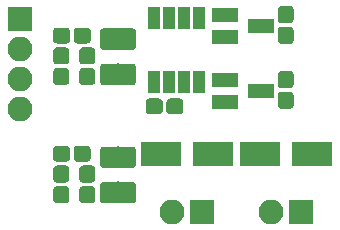
<source format=gbr>
G04 #@! TF.GenerationSoftware,KiCad,Pcbnew,(5.0.1-dev-70-gb7b125d83)*
G04 #@! TF.CreationDate,2018-10-12T16:43:48+02:00*
G04 #@! TF.ProjectId,pwm-fan-control,70776D2D66616E2D636F6E74726F6C2E,rev?*
G04 #@! TF.SameCoordinates,Original*
G04 #@! TF.FileFunction,Soldermask,Top*
G04 #@! TF.FilePolarity,Negative*
%FSLAX46Y46*%
G04 Gerber Fmt 4.6, Leading zero omitted, Abs format (unit mm)*
G04 Created by KiCad (PCBNEW (5.0.1-dev-70-gb7b125d83)) date 10/12/18 16:43:48*
%MOMM*%
%LPD*%
G01*
G04 APERTURE LIST*
%ADD10C,0.100000*%
%ADD11C,1.825000*%
%ADD12C,1.350000*%
%ADD13R,2.300000X1.200000*%
%ADD14O,2.100000X2.100000*%
%ADD15R,2.100000X2.100000*%
%ADD16R,3.400000X2.000000*%
%ADD17R,1.000000X1.950000*%
G04 APERTURE END LIST*
D10*
G04 #@! TO.C,L2*
G36*
X142136207Y-53301542D02*
X142167287Y-53306152D01*
X142197766Y-53313787D01*
X142227350Y-53324372D01*
X142255754Y-53337806D01*
X142282704Y-53353959D01*
X142307942Y-53372677D01*
X142331223Y-53393777D01*
X142352323Y-53417058D01*
X142371041Y-53442296D01*
X142387194Y-53469246D01*
X142400628Y-53497650D01*
X142411213Y-53527234D01*
X142418848Y-53557713D01*
X142423458Y-53588793D01*
X142425000Y-53620176D01*
X142425000Y-54804824D01*
X142423458Y-54836207D01*
X142418848Y-54867287D01*
X142411213Y-54897766D01*
X142400628Y-54927350D01*
X142387194Y-54955754D01*
X142371041Y-54982704D01*
X142352323Y-55007942D01*
X142331223Y-55031223D01*
X142307942Y-55052323D01*
X142282704Y-55071041D01*
X142255754Y-55087194D01*
X142227350Y-55100628D01*
X142197766Y-55111213D01*
X142167287Y-55118848D01*
X142136207Y-55123458D01*
X142104824Y-55125000D01*
X139695176Y-55125000D01*
X139663793Y-55123458D01*
X139632713Y-55118848D01*
X139602234Y-55111213D01*
X139572650Y-55100628D01*
X139544246Y-55087194D01*
X139517296Y-55071041D01*
X139492058Y-55052323D01*
X139468777Y-55031223D01*
X139447677Y-55007942D01*
X139428959Y-54982704D01*
X139412806Y-54955754D01*
X139399372Y-54927350D01*
X139388787Y-54897766D01*
X139381152Y-54867287D01*
X139376542Y-54836207D01*
X139375000Y-54804824D01*
X139375000Y-53620176D01*
X139376542Y-53588793D01*
X139381152Y-53557713D01*
X139388787Y-53527234D01*
X139399372Y-53497650D01*
X139412806Y-53469246D01*
X139428959Y-53442296D01*
X139447677Y-53417058D01*
X139468777Y-53393777D01*
X139492058Y-53372677D01*
X139517296Y-53353959D01*
X139544246Y-53337806D01*
X139572650Y-53324372D01*
X139602234Y-53313787D01*
X139632713Y-53306152D01*
X139663793Y-53301542D01*
X139695176Y-53300000D01*
X142104824Y-53300000D01*
X142136207Y-53301542D01*
X142136207Y-53301542D01*
G37*
D11*
X140900000Y-54212500D03*
D10*
G36*
X142136207Y-56276542D02*
X142167287Y-56281152D01*
X142197766Y-56288787D01*
X142227350Y-56299372D01*
X142255754Y-56312806D01*
X142282704Y-56328959D01*
X142307942Y-56347677D01*
X142331223Y-56368777D01*
X142352323Y-56392058D01*
X142371041Y-56417296D01*
X142387194Y-56444246D01*
X142400628Y-56472650D01*
X142411213Y-56502234D01*
X142418848Y-56532713D01*
X142423458Y-56563793D01*
X142425000Y-56595176D01*
X142425000Y-57779824D01*
X142423458Y-57811207D01*
X142418848Y-57842287D01*
X142411213Y-57872766D01*
X142400628Y-57902350D01*
X142387194Y-57930754D01*
X142371041Y-57957704D01*
X142352323Y-57982942D01*
X142331223Y-58006223D01*
X142307942Y-58027323D01*
X142282704Y-58046041D01*
X142255754Y-58062194D01*
X142227350Y-58075628D01*
X142197766Y-58086213D01*
X142167287Y-58093848D01*
X142136207Y-58098458D01*
X142104824Y-58100000D01*
X139695176Y-58100000D01*
X139663793Y-58098458D01*
X139632713Y-58093848D01*
X139602234Y-58086213D01*
X139572650Y-58075628D01*
X139544246Y-58062194D01*
X139517296Y-58046041D01*
X139492058Y-58027323D01*
X139468777Y-58006223D01*
X139447677Y-57982942D01*
X139428959Y-57957704D01*
X139412806Y-57930754D01*
X139399372Y-57902350D01*
X139388787Y-57872766D01*
X139381152Y-57842287D01*
X139376542Y-57811207D01*
X139375000Y-57779824D01*
X139375000Y-56595176D01*
X139376542Y-56563793D01*
X139381152Y-56532713D01*
X139388787Y-56502234D01*
X139399372Y-56472650D01*
X139412806Y-56444246D01*
X139428959Y-56417296D01*
X139447677Y-56392058D01*
X139468777Y-56368777D01*
X139492058Y-56347677D01*
X139517296Y-56328959D01*
X139544246Y-56312806D01*
X139572650Y-56299372D01*
X139602234Y-56288787D01*
X139632713Y-56281152D01*
X139663793Y-56276542D01*
X139695176Y-56275000D01*
X142104824Y-56275000D01*
X142136207Y-56276542D01*
X142136207Y-56276542D01*
G37*
D11*
X140900000Y-57187500D03*
G04 #@! TD*
D10*
G04 #@! TO.C,R6*
G36*
X155470581Y-46901625D02*
X155503343Y-46906485D01*
X155535471Y-46914533D01*
X155566656Y-46925691D01*
X155596596Y-46939852D01*
X155625005Y-46956879D01*
X155651608Y-46976609D01*
X155676149Y-46998851D01*
X155698391Y-47023392D01*
X155718121Y-47049995D01*
X155735148Y-47078404D01*
X155749309Y-47108344D01*
X155760467Y-47139529D01*
X155768515Y-47171657D01*
X155773375Y-47204419D01*
X155775000Y-47237500D01*
X155775000Y-48012500D01*
X155773375Y-48045581D01*
X155768515Y-48078343D01*
X155760467Y-48110471D01*
X155749309Y-48141656D01*
X155735148Y-48171596D01*
X155718121Y-48200005D01*
X155698391Y-48226608D01*
X155676149Y-48251149D01*
X155651608Y-48273391D01*
X155625005Y-48293121D01*
X155596596Y-48310148D01*
X155566656Y-48324309D01*
X155535471Y-48335467D01*
X155503343Y-48343515D01*
X155470581Y-48348375D01*
X155437500Y-48350000D01*
X154762500Y-48350000D01*
X154729419Y-48348375D01*
X154696657Y-48343515D01*
X154664529Y-48335467D01*
X154633344Y-48324309D01*
X154603404Y-48310148D01*
X154574995Y-48293121D01*
X154548392Y-48273391D01*
X154523851Y-48251149D01*
X154501609Y-48226608D01*
X154481879Y-48200005D01*
X154464852Y-48171596D01*
X154450691Y-48141656D01*
X154439533Y-48110471D01*
X154431485Y-48078343D01*
X154426625Y-48045581D01*
X154425000Y-48012500D01*
X154425000Y-47237500D01*
X154426625Y-47204419D01*
X154431485Y-47171657D01*
X154439533Y-47139529D01*
X154450691Y-47108344D01*
X154464852Y-47078404D01*
X154481879Y-47049995D01*
X154501609Y-47023392D01*
X154523851Y-46998851D01*
X154548392Y-46976609D01*
X154574995Y-46956879D01*
X154603404Y-46939852D01*
X154633344Y-46925691D01*
X154664529Y-46914533D01*
X154696657Y-46906485D01*
X154729419Y-46901625D01*
X154762500Y-46900000D01*
X155437500Y-46900000D01*
X155470581Y-46901625D01*
X155470581Y-46901625D01*
G37*
D12*
X155100000Y-47625000D03*
D10*
G36*
X155470581Y-48651625D02*
X155503343Y-48656485D01*
X155535471Y-48664533D01*
X155566656Y-48675691D01*
X155596596Y-48689852D01*
X155625005Y-48706879D01*
X155651608Y-48726609D01*
X155676149Y-48748851D01*
X155698391Y-48773392D01*
X155718121Y-48799995D01*
X155735148Y-48828404D01*
X155749309Y-48858344D01*
X155760467Y-48889529D01*
X155768515Y-48921657D01*
X155773375Y-48954419D01*
X155775000Y-48987500D01*
X155775000Y-49762500D01*
X155773375Y-49795581D01*
X155768515Y-49828343D01*
X155760467Y-49860471D01*
X155749309Y-49891656D01*
X155735148Y-49921596D01*
X155718121Y-49950005D01*
X155698391Y-49976608D01*
X155676149Y-50001149D01*
X155651608Y-50023391D01*
X155625005Y-50043121D01*
X155596596Y-50060148D01*
X155566656Y-50074309D01*
X155535471Y-50085467D01*
X155503343Y-50093515D01*
X155470581Y-50098375D01*
X155437500Y-50100000D01*
X154762500Y-50100000D01*
X154729419Y-50098375D01*
X154696657Y-50093515D01*
X154664529Y-50085467D01*
X154633344Y-50074309D01*
X154603404Y-50060148D01*
X154574995Y-50043121D01*
X154548392Y-50023391D01*
X154523851Y-50001149D01*
X154501609Y-49976608D01*
X154481879Y-49950005D01*
X154464852Y-49921596D01*
X154450691Y-49891656D01*
X154439533Y-49860471D01*
X154431485Y-49828343D01*
X154426625Y-49795581D01*
X154425000Y-49762500D01*
X154425000Y-48987500D01*
X154426625Y-48954419D01*
X154431485Y-48921657D01*
X154439533Y-48889529D01*
X154450691Y-48858344D01*
X154464852Y-48828404D01*
X154481879Y-48799995D01*
X154501609Y-48773392D01*
X154523851Y-48748851D01*
X154548392Y-48726609D01*
X154574995Y-48706879D01*
X154603404Y-48689852D01*
X154633344Y-48675691D01*
X154664529Y-48664533D01*
X154696657Y-48656485D01*
X154729419Y-48651625D01*
X154762500Y-48650000D01*
X155437500Y-48650000D01*
X155470581Y-48651625D01*
X155470581Y-48651625D01*
G37*
D12*
X155100000Y-49375000D03*
G04 #@! TD*
D10*
G04 #@! TO.C,R4*
G36*
X136470581Y-56651625D02*
X136503343Y-56656485D01*
X136535471Y-56664533D01*
X136566656Y-56675691D01*
X136596596Y-56689852D01*
X136625005Y-56706879D01*
X136651608Y-56726609D01*
X136676149Y-56748851D01*
X136698391Y-56773392D01*
X136718121Y-56799995D01*
X136735148Y-56828404D01*
X136749309Y-56858344D01*
X136760467Y-56889529D01*
X136768515Y-56921657D01*
X136773375Y-56954419D01*
X136775000Y-56987500D01*
X136775000Y-57762500D01*
X136773375Y-57795581D01*
X136768515Y-57828343D01*
X136760467Y-57860471D01*
X136749309Y-57891656D01*
X136735148Y-57921596D01*
X136718121Y-57950005D01*
X136698391Y-57976608D01*
X136676149Y-58001149D01*
X136651608Y-58023391D01*
X136625005Y-58043121D01*
X136596596Y-58060148D01*
X136566656Y-58074309D01*
X136535471Y-58085467D01*
X136503343Y-58093515D01*
X136470581Y-58098375D01*
X136437500Y-58100000D01*
X135762500Y-58100000D01*
X135729419Y-58098375D01*
X135696657Y-58093515D01*
X135664529Y-58085467D01*
X135633344Y-58074309D01*
X135603404Y-58060148D01*
X135574995Y-58043121D01*
X135548392Y-58023391D01*
X135523851Y-58001149D01*
X135501609Y-57976608D01*
X135481879Y-57950005D01*
X135464852Y-57921596D01*
X135450691Y-57891656D01*
X135439533Y-57860471D01*
X135431485Y-57828343D01*
X135426625Y-57795581D01*
X135425000Y-57762500D01*
X135425000Y-56987500D01*
X135426625Y-56954419D01*
X135431485Y-56921657D01*
X135439533Y-56889529D01*
X135450691Y-56858344D01*
X135464852Y-56828404D01*
X135481879Y-56799995D01*
X135501609Y-56773392D01*
X135523851Y-56748851D01*
X135548392Y-56726609D01*
X135574995Y-56706879D01*
X135603404Y-56689852D01*
X135633344Y-56675691D01*
X135664529Y-56664533D01*
X135696657Y-56656485D01*
X135729419Y-56651625D01*
X135762500Y-56650000D01*
X136437500Y-56650000D01*
X136470581Y-56651625D01*
X136470581Y-56651625D01*
G37*
D12*
X136100000Y-57375000D03*
D10*
G36*
X136470581Y-54901625D02*
X136503343Y-54906485D01*
X136535471Y-54914533D01*
X136566656Y-54925691D01*
X136596596Y-54939852D01*
X136625005Y-54956879D01*
X136651608Y-54976609D01*
X136676149Y-54998851D01*
X136698391Y-55023392D01*
X136718121Y-55049995D01*
X136735148Y-55078404D01*
X136749309Y-55108344D01*
X136760467Y-55139529D01*
X136768515Y-55171657D01*
X136773375Y-55204419D01*
X136775000Y-55237500D01*
X136775000Y-56012500D01*
X136773375Y-56045581D01*
X136768515Y-56078343D01*
X136760467Y-56110471D01*
X136749309Y-56141656D01*
X136735148Y-56171596D01*
X136718121Y-56200005D01*
X136698391Y-56226608D01*
X136676149Y-56251149D01*
X136651608Y-56273391D01*
X136625005Y-56293121D01*
X136596596Y-56310148D01*
X136566656Y-56324309D01*
X136535471Y-56335467D01*
X136503343Y-56343515D01*
X136470581Y-56348375D01*
X136437500Y-56350000D01*
X135762500Y-56350000D01*
X135729419Y-56348375D01*
X135696657Y-56343515D01*
X135664529Y-56335467D01*
X135633344Y-56324309D01*
X135603404Y-56310148D01*
X135574995Y-56293121D01*
X135548392Y-56273391D01*
X135523851Y-56251149D01*
X135501609Y-56226608D01*
X135481879Y-56200005D01*
X135464852Y-56171596D01*
X135450691Y-56141656D01*
X135439533Y-56110471D01*
X135431485Y-56078343D01*
X135426625Y-56045581D01*
X135425000Y-56012500D01*
X135425000Y-55237500D01*
X135426625Y-55204419D01*
X135431485Y-55171657D01*
X135439533Y-55139529D01*
X135450691Y-55108344D01*
X135464852Y-55078404D01*
X135481879Y-55049995D01*
X135501609Y-55023392D01*
X135523851Y-54998851D01*
X135548392Y-54976609D01*
X135574995Y-54956879D01*
X135603404Y-54939852D01*
X135633344Y-54925691D01*
X135664529Y-54914533D01*
X135696657Y-54906485D01*
X135729419Y-54901625D01*
X135762500Y-54900000D01*
X136437500Y-54900000D01*
X136470581Y-54901625D01*
X136470581Y-54901625D01*
G37*
D12*
X136100000Y-55625000D03*
G04 #@! TD*
D13*
G04 #@! TO.C,Q2*
X153000000Y-48600000D03*
X150000000Y-49550000D03*
X150000000Y-47650000D03*
G04 #@! TD*
D14*
G04 #@! TO.C,J4*
X145510000Y-58850000D03*
D15*
X148050000Y-58850000D03*
G04 #@! TD*
D16*
G04 #@! TO.C,C5*
X148950000Y-53950000D03*
X144550000Y-53950000D03*
G04 #@! TD*
D10*
G04 #@! TO.C,C4*
G36*
X136545581Y-53226625D02*
X136578343Y-53231485D01*
X136610471Y-53239533D01*
X136641656Y-53250691D01*
X136671596Y-53264852D01*
X136700005Y-53281879D01*
X136726608Y-53301609D01*
X136751149Y-53323851D01*
X136773391Y-53348392D01*
X136793121Y-53374995D01*
X136810148Y-53403404D01*
X136824309Y-53433344D01*
X136835467Y-53464529D01*
X136843515Y-53496657D01*
X136848375Y-53529419D01*
X136850000Y-53562500D01*
X136850000Y-54237500D01*
X136848375Y-54270581D01*
X136843515Y-54303343D01*
X136835467Y-54335471D01*
X136824309Y-54366656D01*
X136810148Y-54396596D01*
X136793121Y-54425005D01*
X136773391Y-54451608D01*
X136751149Y-54476149D01*
X136726608Y-54498391D01*
X136700005Y-54518121D01*
X136671596Y-54535148D01*
X136641656Y-54549309D01*
X136610471Y-54560467D01*
X136578343Y-54568515D01*
X136545581Y-54573375D01*
X136512500Y-54575000D01*
X135737500Y-54575000D01*
X135704419Y-54573375D01*
X135671657Y-54568515D01*
X135639529Y-54560467D01*
X135608344Y-54549309D01*
X135578404Y-54535148D01*
X135549995Y-54518121D01*
X135523392Y-54498391D01*
X135498851Y-54476149D01*
X135476609Y-54451608D01*
X135456879Y-54425005D01*
X135439852Y-54396596D01*
X135425691Y-54366656D01*
X135414533Y-54335471D01*
X135406485Y-54303343D01*
X135401625Y-54270581D01*
X135400000Y-54237500D01*
X135400000Y-53562500D01*
X135401625Y-53529419D01*
X135406485Y-53496657D01*
X135414533Y-53464529D01*
X135425691Y-53433344D01*
X135439852Y-53403404D01*
X135456879Y-53374995D01*
X135476609Y-53348392D01*
X135498851Y-53323851D01*
X135523392Y-53301609D01*
X135549995Y-53281879D01*
X135578404Y-53264852D01*
X135608344Y-53250691D01*
X135639529Y-53239533D01*
X135671657Y-53231485D01*
X135704419Y-53226625D01*
X135737500Y-53225000D01*
X136512500Y-53225000D01*
X136545581Y-53226625D01*
X136545581Y-53226625D01*
G37*
D12*
X136125000Y-53900000D03*
D10*
G36*
X138295581Y-53226625D02*
X138328343Y-53231485D01*
X138360471Y-53239533D01*
X138391656Y-53250691D01*
X138421596Y-53264852D01*
X138450005Y-53281879D01*
X138476608Y-53301609D01*
X138501149Y-53323851D01*
X138523391Y-53348392D01*
X138543121Y-53374995D01*
X138560148Y-53403404D01*
X138574309Y-53433344D01*
X138585467Y-53464529D01*
X138593515Y-53496657D01*
X138598375Y-53529419D01*
X138600000Y-53562500D01*
X138600000Y-54237500D01*
X138598375Y-54270581D01*
X138593515Y-54303343D01*
X138585467Y-54335471D01*
X138574309Y-54366656D01*
X138560148Y-54396596D01*
X138543121Y-54425005D01*
X138523391Y-54451608D01*
X138501149Y-54476149D01*
X138476608Y-54498391D01*
X138450005Y-54518121D01*
X138421596Y-54535148D01*
X138391656Y-54549309D01*
X138360471Y-54560467D01*
X138328343Y-54568515D01*
X138295581Y-54573375D01*
X138262500Y-54575000D01*
X137487500Y-54575000D01*
X137454419Y-54573375D01*
X137421657Y-54568515D01*
X137389529Y-54560467D01*
X137358344Y-54549309D01*
X137328404Y-54535148D01*
X137299995Y-54518121D01*
X137273392Y-54498391D01*
X137248851Y-54476149D01*
X137226609Y-54451608D01*
X137206879Y-54425005D01*
X137189852Y-54396596D01*
X137175691Y-54366656D01*
X137164533Y-54335471D01*
X137156485Y-54303343D01*
X137151625Y-54270581D01*
X137150000Y-54237500D01*
X137150000Y-53562500D01*
X137151625Y-53529419D01*
X137156485Y-53496657D01*
X137164533Y-53464529D01*
X137175691Y-53433344D01*
X137189852Y-53403404D01*
X137206879Y-53374995D01*
X137226609Y-53348392D01*
X137248851Y-53323851D01*
X137273392Y-53301609D01*
X137299995Y-53281879D01*
X137328404Y-53264852D01*
X137358344Y-53250691D01*
X137389529Y-53239533D01*
X137421657Y-53231485D01*
X137454419Y-53226625D01*
X137487500Y-53225000D01*
X138262500Y-53225000D01*
X138295581Y-53226625D01*
X138295581Y-53226625D01*
G37*
D12*
X137875000Y-53900000D03*
G04 #@! TD*
D10*
G04 #@! TO.C,R5*
G36*
X138670581Y-56651625D02*
X138703343Y-56656485D01*
X138735471Y-56664533D01*
X138766656Y-56675691D01*
X138796596Y-56689852D01*
X138825005Y-56706879D01*
X138851608Y-56726609D01*
X138876149Y-56748851D01*
X138898391Y-56773392D01*
X138918121Y-56799995D01*
X138935148Y-56828404D01*
X138949309Y-56858344D01*
X138960467Y-56889529D01*
X138968515Y-56921657D01*
X138973375Y-56954419D01*
X138975000Y-56987500D01*
X138975000Y-57762500D01*
X138973375Y-57795581D01*
X138968515Y-57828343D01*
X138960467Y-57860471D01*
X138949309Y-57891656D01*
X138935148Y-57921596D01*
X138918121Y-57950005D01*
X138898391Y-57976608D01*
X138876149Y-58001149D01*
X138851608Y-58023391D01*
X138825005Y-58043121D01*
X138796596Y-58060148D01*
X138766656Y-58074309D01*
X138735471Y-58085467D01*
X138703343Y-58093515D01*
X138670581Y-58098375D01*
X138637500Y-58100000D01*
X137962500Y-58100000D01*
X137929419Y-58098375D01*
X137896657Y-58093515D01*
X137864529Y-58085467D01*
X137833344Y-58074309D01*
X137803404Y-58060148D01*
X137774995Y-58043121D01*
X137748392Y-58023391D01*
X137723851Y-58001149D01*
X137701609Y-57976608D01*
X137681879Y-57950005D01*
X137664852Y-57921596D01*
X137650691Y-57891656D01*
X137639533Y-57860471D01*
X137631485Y-57828343D01*
X137626625Y-57795581D01*
X137625000Y-57762500D01*
X137625000Y-56987500D01*
X137626625Y-56954419D01*
X137631485Y-56921657D01*
X137639533Y-56889529D01*
X137650691Y-56858344D01*
X137664852Y-56828404D01*
X137681879Y-56799995D01*
X137701609Y-56773392D01*
X137723851Y-56748851D01*
X137748392Y-56726609D01*
X137774995Y-56706879D01*
X137803404Y-56689852D01*
X137833344Y-56675691D01*
X137864529Y-56664533D01*
X137896657Y-56656485D01*
X137929419Y-56651625D01*
X137962500Y-56650000D01*
X138637500Y-56650000D01*
X138670581Y-56651625D01*
X138670581Y-56651625D01*
G37*
D12*
X138300000Y-57375000D03*
D10*
G36*
X138670581Y-54901625D02*
X138703343Y-54906485D01*
X138735471Y-54914533D01*
X138766656Y-54925691D01*
X138796596Y-54939852D01*
X138825005Y-54956879D01*
X138851608Y-54976609D01*
X138876149Y-54998851D01*
X138898391Y-55023392D01*
X138918121Y-55049995D01*
X138935148Y-55078404D01*
X138949309Y-55108344D01*
X138960467Y-55139529D01*
X138968515Y-55171657D01*
X138973375Y-55204419D01*
X138975000Y-55237500D01*
X138975000Y-56012500D01*
X138973375Y-56045581D01*
X138968515Y-56078343D01*
X138960467Y-56110471D01*
X138949309Y-56141656D01*
X138935148Y-56171596D01*
X138918121Y-56200005D01*
X138898391Y-56226608D01*
X138876149Y-56251149D01*
X138851608Y-56273391D01*
X138825005Y-56293121D01*
X138796596Y-56310148D01*
X138766656Y-56324309D01*
X138735471Y-56335467D01*
X138703343Y-56343515D01*
X138670581Y-56348375D01*
X138637500Y-56350000D01*
X137962500Y-56350000D01*
X137929419Y-56348375D01*
X137896657Y-56343515D01*
X137864529Y-56335467D01*
X137833344Y-56324309D01*
X137803404Y-56310148D01*
X137774995Y-56293121D01*
X137748392Y-56273391D01*
X137723851Y-56251149D01*
X137701609Y-56226608D01*
X137681879Y-56200005D01*
X137664852Y-56171596D01*
X137650691Y-56141656D01*
X137639533Y-56110471D01*
X137631485Y-56078343D01*
X137626625Y-56045581D01*
X137625000Y-56012500D01*
X137625000Y-55237500D01*
X137626625Y-55204419D01*
X137631485Y-55171657D01*
X137639533Y-55139529D01*
X137650691Y-55108344D01*
X137664852Y-55078404D01*
X137681879Y-55049995D01*
X137701609Y-55023392D01*
X137723851Y-54998851D01*
X137748392Y-54976609D01*
X137774995Y-54956879D01*
X137803404Y-54939852D01*
X137833344Y-54925691D01*
X137864529Y-54914533D01*
X137896657Y-54906485D01*
X137929419Y-54901625D01*
X137962500Y-54900000D01*
X138637500Y-54900000D01*
X138670581Y-54901625D01*
X138670581Y-54901625D01*
G37*
D12*
X138300000Y-55625000D03*
G04 #@! TD*
D10*
G04 #@! TO.C,C2*
G36*
X138295581Y-43226625D02*
X138328343Y-43231485D01*
X138360471Y-43239533D01*
X138391656Y-43250691D01*
X138421596Y-43264852D01*
X138450005Y-43281879D01*
X138476608Y-43301609D01*
X138501149Y-43323851D01*
X138523391Y-43348392D01*
X138543121Y-43374995D01*
X138560148Y-43403404D01*
X138574309Y-43433344D01*
X138585467Y-43464529D01*
X138593515Y-43496657D01*
X138598375Y-43529419D01*
X138600000Y-43562500D01*
X138600000Y-44237500D01*
X138598375Y-44270581D01*
X138593515Y-44303343D01*
X138585467Y-44335471D01*
X138574309Y-44366656D01*
X138560148Y-44396596D01*
X138543121Y-44425005D01*
X138523391Y-44451608D01*
X138501149Y-44476149D01*
X138476608Y-44498391D01*
X138450005Y-44518121D01*
X138421596Y-44535148D01*
X138391656Y-44549309D01*
X138360471Y-44560467D01*
X138328343Y-44568515D01*
X138295581Y-44573375D01*
X138262500Y-44575000D01*
X137487500Y-44575000D01*
X137454419Y-44573375D01*
X137421657Y-44568515D01*
X137389529Y-44560467D01*
X137358344Y-44549309D01*
X137328404Y-44535148D01*
X137299995Y-44518121D01*
X137273392Y-44498391D01*
X137248851Y-44476149D01*
X137226609Y-44451608D01*
X137206879Y-44425005D01*
X137189852Y-44396596D01*
X137175691Y-44366656D01*
X137164533Y-44335471D01*
X137156485Y-44303343D01*
X137151625Y-44270581D01*
X137150000Y-44237500D01*
X137150000Y-43562500D01*
X137151625Y-43529419D01*
X137156485Y-43496657D01*
X137164533Y-43464529D01*
X137175691Y-43433344D01*
X137189852Y-43403404D01*
X137206879Y-43374995D01*
X137226609Y-43348392D01*
X137248851Y-43323851D01*
X137273392Y-43301609D01*
X137299995Y-43281879D01*
X137328404Y-43264852D01*
X137358344Y-43250691D01*
X137389529Y-43239533D01*
X137421657Y-43231485D01*
X137454419Y-43226625D01*
X137487500Y-43225000D01*
X138262500Y-43225000D01*
X138295581Y-43226625D01*
X138295581Y-43226625D01*
G37*
D12*
X137875000Y-43900000D03*
D10*
G36*
X136545581Y-43226625D02*
X136578343Y-43231485D01*
X136610471Y-43239533D01*
X136641656Y-43250691D01*
X136671596Y-43264852D01*
X136700005Y-43281879D01*
X136726608Y-43301609D01*
X136751149Y-43323851D01*
X136773391Y-43348392D01*
X136793121Y-43374995D01*
X136810148Y-43403404D01*
X136824309Y-43433344D01*
X136835467Y-43464529D01*
X136843515Y-43496657D01*
X136848375Y-43529419D01*
X136850000Y-43562500D01*
X136850000Y-44237500D01*
X136848375Y-44270581D01*
X136843515Y-44303343D01*
X136835467Y-44335471D01*
X136824309Y-44366656D01*
X136810148Y-44396596D01*
X136793121Y-44425005D01*
X136773391Y-44451608D01*
X136751149Y-44476149D01*
X136726608Y-44498391D01*
X136700005Y-44518121D01*
X136671596Y-44535148D01*
X136641656Y-44549309D01*
X136610471Y-44560467D01*
X136578343Y-44568515D01*
X136545581Y-44573375D01*
X136512500Y-44575000D01*
X135737500Y-44575000D01*
X135704419Y-44573375D01*
X135671657Y-44568515D01*
X135639529Y-44560467D01*
X135608344Y-44549309D01*
X135578404Y-44535148D01*
X135549995Y-44518121D01*
X135523392Y-44498391D01*
X135498851Y-44476149D01*
X135476609Y-44451608D01*
X135456879Y-44425005D01*
X135439852Y-44396596D01*
X135425691Y-44366656D01*
X135414533Y-44335471D01*
X135406485Y-44303343D01*
X135401625Y-44270581D01*
X135400000Y-44237500D01*
X135400000Y-43562500D01*
X135401625Y-43529419D01*
X135406485Y-43496657D01*
X135414533Y-43464529D01*
X135425691Y-43433344D01*
X135439852Y-43403404D01*
X135456879Y-43374995D01*
X135476609Y-43348392D01*
X135498851Y-43323851D01*
X135523392Y-43301609D01*
X135549995Y-43281879D01*
X135578404Y-43264852D01*
X135608344Y-43250691D01*
X135639529Y-43239533D01*
X135671657Y-43231485D01*
X135704419Y-43226625D01*
X135737500Y-43225000D01*
X136512500Y-43225000D01*
X136545581Y-43226625D01*
X136545581Y-43226625D01*
G37*
D12*
X136125000Y-43900000D03*
G04 #@! TD*
D16*
G04 #@! TO.C,C3*
X152900000Y-53950000D03*
X157300000Y-53950000D03*
G04 #@! TD*
D15*
G04 #@! TO.C,J1*
X156400000Y-58850000D03*
D14*
X153860000Y-58850000D03*
G04 #@! TD*
D10*
G04 #@! TO.C,L1*
G36*
X142136207Y-46276542D02*
X142167287Y-46281152D01*
X142197766Y-46288787D01*
X142227350Y-46299372D01*
X142255754Y-46312806D01*
X142282704Y-46328959D01*
X142307942Y-46347677D01*
X142331223Y-46368777D01*
X142352323Y-46392058D01*
X142371041Y-46417296D01*
X142387194Y-46444246D01*
X142400628Y-46472650D01*
X142411213Y-46502234D01*
X142418848Y-46532713D01*
X142423458Y-46563793D01*
X142425000Y-46595176D01*
X142425000Y-47779824D01*
X142423458Y-47811207D01*
X142418848Y-47842287D01*
X142411213Y-47872766D01*
X142400628Y-47902350D01*
X142387194Y-47930754D01*
X142371041Y-47957704D01*
X142352323Y-47982942D01*
X142331223Y-48006223D01*
X142307942Y-48027323D01*
X142282704Y-48046041D01*
X142255754Y-48062194D01*
X142227350Y-48075628D01*
X142197766Y-48086213D01*
X142167287Y-48093848D01*
X142136207Y-48098458D01*
X142104824Y-48100000D01*
X139695176Y-48100000D01*
X139663793Y-48098458D01*
X139632713Y-48093848D01*
X139602234Y-48086213D01*
X139572650Y-48075628D01*
X139544246Y-48062194D01*
X139517296Y-48046041D01*
X139492058Y-48027323D01*
X139468777Y-48006223D01*
X139447677Y-47982942D01*
X139428959Y-47957704D01*
X139412806Y-47930754D01*
X139399372Y-47902350D01*
X139388787Y-47872766D01*
X139381152Y-47842287D01*
X139376542Y-47811207D01*
X139375000Y-47779824D01*
X139375000Y-46595176D01*
X139376542Y-46563793D01*
X139381152Y-46532713D01*
X139388787Y-46502234D01*
X139399372Y-46472650D01*
X139412806Y-46444246D01*
X139428959Y-46417296D01*
X139447677Y-46392058D01*
X139468777Y-46368777D01*
X139492058Y-46347677D01*
X139517296Y-46328959D01*
X139544246Y-46312806D01*
X139572650Y-46299372D01*
X139602234Y-46288787D01*
X139632713Y-46281152D01*
X139663793Y-46276542D01*
X139695176Y-46275000D01*
X142104824Y-46275000D01*
X142136207Y-46276542D01*
X142136207Y-46276542D01*
G37*
D11*
X140900000Y-47187500D03*
D10*
G36*
X142136207Y-43301542D02*
X142167287Y-43306152D01*
X142197766Y-43313787D01*
X142227350Y-43324372D01*
X142255754Y-43337806D01*
X142282704Y-43353959D01*
X142307942Y-43372677D01*
X142331223Y-43393777D01*
X142352323Y-43417058D01*
X142371041Y-43442296D01*
X142387194Y-43469246D01*
X142400628Y-43497650D01*
X142411213Y-43527234D01*
X142418848Y-43557713D01*
X142423458Y-43588793D01*
X142425000Y-43620176D01*
X142425000Y-44804824D01*
X142423458Y-44836207D01*
X142418848Y-44867287D01*
X142411213Y-44897766D01*
X142400628Y-44927350D01*
X142387194Y-44955754D01*
X142371041Y-44982704D01*
X142352323Y-45007942D01*
X142331223Y-45031223D01*
X142307942Y-45052323D01*
X142282704Y-45071041D01*
X142255754Y-45087194D01*
X142227350Y-45100628D01*
X142197766Y-45111213D01*
X142167287Y-45118848D01*
X142136207Y-45123458D01*
X142104824Y-45125000D01*
X139695176Y-45125000D01*
X139663793Y-45123458D01*
X139632713Y-45118848D01*
X139602234Y-45111213D01*
X139572650Y-45100628D01*
X139544246Y-45087194D01*
X139517296Y-45071041D01*
X139492058Y-45052323D01*
X139468777Y-45031223D01*
X139447677Y-45007942D01*
X139428959Y-44982704D01*
X139412806Y-44955754D01*
X139399372Y-44927350D01*
X139388787Y-44897766D01*
X139381152Y-44867287D01*
X139376542Y-44836207D01*
X139375000Y-44804824D01*
X139375000Y-43620176D01*
X139376542Y-43588793D01*
X139381152Y-43557713D01*
X139388787Y-43527234D01*
X139399372Y-43497650D01*
X139412806Y-43469246D01*
X139428959Y-43442296D01*
X139447677Y-43417058D01*
X139468777Y-43393777D01*
X139492058Y-43372677D01*
X139517296Y-43353959D01*
X139544246Y-43337806D01*
X139572650Y-43324372D01*
X139602234Y-43313787D01*
X139632713Y-43306152D01*
X139663793Y-43301542D01*
X139695176Y-43300000D01*
X142104824Y-43300000D01*
X142136207Y-43301542D01*
X142136207Y-43301542D01*
G37*
D11*
X140900000Y-44212500D03*
G04 #@! TD*
D13*
G04 #@! TO.C,Q1*
X150000000Y-42150000D03*
X150000000Y-44050000D03*
X153000000Y-43100000D03*
G04 #@! TD*
D10*
G04 #@! TO.C,R1*
G36*
X136470581Y-44901625D02*
X136503343Y-44906485D01*
X136535471Y-44914533D01*
X136566656Y-44925691D01*
X136596596Y-44939852D01*
X136625005Y-44956879D01*
X136651608Y-44976609D01*
X136676149Y-44998851D01*
X136698391Y-45023392D01*
X136718121Y-45049995D01*
X136735148Y-45078404D01*
X136749309Y-45108344D01*
X136760467Y-45139529D01*
X136768515Y-45171657D01*
X136773375Y-45204419D01*
X136775000Y-45237500D01*
X136775000Y-46012500D01*
X136773375Y-46045581D01*
X136768515Y-46078343D01*
X136760467Y-46110471D01*
X136749309Y-46141656D01*
X136735148Y-46171596D01*
X136718121Y-46200005D01*
X136698391Y-46226608D01*
X136676149Y-46251149D01*
X136651608Y-46273391D01*
X136625005Y-46293121D01*
X136596596Y-46310148D01*
X136566656Y-46324309D01*
X136535471Y-46335467D01*
X136503343Y-46343515D01*
X136470581Y-46348375D01*
X136437500Y-46350000D01*
X135762500Y-46350000D01*
X135729419Y-46348375D01*
X135696657Y-46343515D01*
X135664529Y-46335467D01*
X135633344Y-46324309D01*
X135603404Y-46310148D01*
X135574995Y-46293121D01*
X135548392Y-46273391D01*
X135523851Y-46251149D01*
X135501609Y-46226608D01*
X135481879Y-46200005D01*
X135464852Y-46171596D01*
X135450691Y-46141656D01*
X135439533Y-46110471D01*
X135431485Y-46078343D01*
X135426625Y-46045581D01*
X135425000Y-46012500D01*
X135425000Y-45237500D01*
X135426625Y-45204419D01*
X135431485Y-45171657D01*
X135439533Y-45139529D01*
X135450691Y-45108344D01*
X135464852Y-45078404D01*
X135481879Y-45049995D01*
X135501609Y-45023392D01*
X135523851Y-44998851D01*
X135548392Y-44976609D01*
X135574995Y-44956879D01*
X135603404Y-44939852D01*
X135633344Y-44925691D01*
X135664529Y-44914533D01*
X135696657Y-44906485D01*
X135729419Y-44901625D01*
X135762500Y-44900000D01*
X136437500Y-44900000D01*
X136470581Y-44901625D01*
X136470581Y-44901625D01*
G37*
D12*
X136100000Y-45625000D03*
D10*
G36*
X136470581Y-46651625D02*
X136503343Y-46656485D01*
X136535471Y-46664533D01*
X136566656Y-46675691D01*
X136596596Y-46689852D01*
X136625005Y-46706879D01*
X136651608Y-46726609D01*
X136676149Y-46748851D01*
X136698391Y-46773392D01*
X136718121Y-46799995D01*
X136735148Y-46828404D01*
X136749309Y-46858344D01*
X136760467Y-46889529D01*
X136768515Y-46921657D01*
X136773375Y-46954419D01*
X136775000Y-46987500D01*
X136775000Y-47762500D01*
X136773375Y-47795581D01*
X136768515Y-47828343D01*
X136760467Y-47860471D01*
X136749309Y-47891656D01*
X136735148Y-47921596D01*
X136718121Y-47950005D01*
X136698391Y-47976608D01*
X136676149Y-48001149D01*
X136651608Y-48023391D01*
X136625005Y-48043121D01*
X136596596Y-48060148D01*
X136566656Y-48074309D01*
X136535471Y-48085467D01*
X136503343Y-48093515D01*
X136470581Y-48098375D01*
X136437500Y-48100000D01*
X135762500Y-48100000D01*
X135729419Y-48098375D01*
X135696657Y-48093515D01*
X135664529Y-48085467D01*
X135633344Y-48074309D01*
X135603404Y-48060148D01*
X135574995Y-48043121D01*
X135548392Y-48023391D01*
X135523851Y-48001149D01*
X135501609Y-47976608D01*
X135481879Y-47950005D01*
X135464852Y-47921596D01*
X135450691Y-47891656D01*
X135439533Y-47860471D01*
X135431485Y-47828343D01*
X135426625Y-47795581D01*
X135425000Y-47762500D01*
X135425000Y-46987500D01*
X135426625Y-46954419D01*
X135431485Y-46921657D01*
X135439533Y-46889529D01*
X135450691Y-46858344D01*
X135464852Y-46828404D01*
X135481879Y-46799995D01*
X135501609Y-46773392D01*
X135523851Y-46748851D01*
X135548392Y-46726609D01*
X135574995Y-46706879D01*
X135603404Y-46689852D01*
X135633344Y-46675691D01*
X135664529Y-46664533D01*
X135696657Y-46656485D01*
X135729419Y-46651625D01*
X135762500Y-46650000D01*
X136437500Y-46650000D01*
X136470581Y-46651625D01*
X136470581Y-46651625D01*
G37*
D12*
X136100000Y-47375000D03*
G04 #@! TD*
D10*
G04 #@! TO.C,R2*
G36*
X138670581Y-44901625D02*
X138703343Y-44906485D01*
X138735471Y-44914533D01*
X138766656Y-44925691D01*
X138796596Y-44939852D01*
X138825005Y-44956879D01*
X138851608Y-44976609D01*
X138876149Y-44998851D01*
X138898391Y-45023392D01*
X138918121Y-45049995D01*
X138935148Y-45078404D01*
X138949309Y-45108344D01*
X138960467Y-45139529D01*
X138968515Y-45171657D01*
X138973375Y-45204419D01*
X138975000Y-45237500D01*
X138975000Y-46012500D01*
X138973375Y-46045581D01*
X138968515Y-46078343D01*
X138960467Y-46110471D01*
X138949309Y-46141656D01*
X138935148Y-46171596D01*
X138918121Y-46200005D01*
X138898391Y-46226608D01*
X138876149Y-46251149D01*
X138851608Y-46273391D01*
X138825005Y-46293121D01*
X138796596Y-46310148D01*
X138766656Y-46324309D01*
X138735471Y-46335467D01*
X138703343Y-46343515D01*
X138670581Y-46348375D01*
X138637500Y-46350000D01*
X137962500Y-46350000D01*
X137929419Y-46348375D01*
X137896657Y-46343515D01*
X137864529Y-46335467D01*
X137833344Y-46324309D01*
X137803404Y-46310148D01*
X137774995Y-46293121D01*
X137748392Y-46273391D01*
X137723851Y-46251149D01*
X137701609Y-46226608D01*
X137681879Y-46200005D01*
X137664852Y-46171596D01*
X137650691Y-46141656D01*
X137639533Y-46110471D01*
X137631485Y-46078343D01*
X137626625Y-46045581D01*
X137625000Y-46012500D01*
X137625000Y-45237500D01*
X137626625Y-45204419D01*
X137631485Y-45171657D01*
X137639533Y-45139529D01*
X137650691Y-45108344D01*
X137664852Y-45078404D01*
X137681879Y-45049995D01*
X137701609Y-45023392D01*
X137723851Y-44998851D01*
X137748392Y-44976609D01*
X137774995Y-44956879D01*
X137803404Y-44939852D01*
X137833344Y-44925691D01*
X137864529Y-44914533D01*
X137896657Y-44906485D01*
X137929419Y-44901625D01*
X137962500Y-44900000D01*
X138637500Y-44900000D01*
X138670581Y-44901625D01*
X138670581Y-44901625D01*
G37*
D12*
X138300000Y-45625000D03*
D10*
G36*
X138670581Y-46651625D02*
X138703343Y-46656485D01*
X138735471Y-46664533D01*
X138766656Y-46675691D01*
X138796596Y-46689852D01*
X138825005Y-46706879D01*
X138851608Y-46726609D01*
X138876149Y-46748851D01*
X138898391Y-46773392D01*
X138918121Y-46799995D01*
X138935148Y-46828404D01*
X138949309Y-46858344D01*
X138960467Y-46889529D01*
X138968515Y-46921657D01*
X138973375Y-46954419D01*
X138975000Y-46987500D01*
X138975000Y-47762500D01*
X138973375Y-47795581D01*
X138968515Y-47828343D01*
X138960467Y-47860471D01*
X138949309Y-47891656D01*
X138935148Y-47921596D01*
X138918121Y-47950005D01*
X138898391Y-47976608D01*
X138876149Y-48001149D01*
X138851608Y-48023391D01*
X138825005Y-48043121D01*
X138796596Y-48060148D01*
X138766656Y-48074309D01*
X138735471Y-48085467D01*
X138703343Y-48093515D01*
X138670581Y-48098375D01*
X138637500Y-48100000D01*
X137962500Y-48100000D01*
X137929419Y-48098375D01*
X137896657Y-48093515D01*
X137864529Y-48085467D01*
X137833344Y-48074309D01*
X137803404Y-48060148D01*
X137774995Y-48043121D01*
X137748392Y-48023391D01*
X137723851Y-48001149D01*
X137701609Y-47976608D01*
X137681879Y-47950005D01*
X137664852Y-47921596D01*
X137650691Y-47891656D01*
X137639533Y-47860471D01*
X137631485Y-47828343D01*
X137626625Y-47795581D01*
X137625000Y-47762500D01*
X137625000Y-46987500D01*
X137626625Y-46954419D01*
X137631485Y-46921657D01*
X137639533Y-46889529D01*
X137650691Y-46858344D01*
X137664852Y-46828404D01*
X137681879Y-46799995D01*
X137701609Y-46773392D01*
X137723851Y-46748851D01*
X137748392Y-46726609D01*
X137774995Y-46706879D01*
X137803404Y-46689852D01*
X137833344Y-46675691D01*
X137864529Y-46664533D01*
X137896657Y-46656485D01*
X137929419Y-46651625D01*
X137962500Y-46650000D01*
X138637500Y-46650000D01*
X138670581Y-46651625D01*
X138670581Y-46651625D01*
G37*
D12*
X138300000Y-47375000D03*
G04 #@! TD*
D10*
G04 #@! TO.C,R3*
G36*
X155470581Y-43151625D02*
X155503343Y-43156485D01*
X155535471Y-43164533D01*
X155566656Y-43175691D01*
X155596596Y-43189852D01*
X155625005Y-43206879D01*
X155651608Y-43226609D01*
X155676149Y-43248851D01*
X155698391Y-43273392D01*
X155718121Y-43299995D01*
X155735148Y-43328404D01*
X155749309Y-43358344D01*
X155760467Y-43389529D01*
X155768515Y-43421657D01*
X155773375Y-43454419D01*
X155775000Y-43487500D01*
X155775000Y-44262500D01*
X155773375Y-44295581D01*
X155768515Y-44328343D01*
X155760467Y-44360471D01*
X155749309Y-44391656D01*
X155735148Y-44421596D01*
X155718121Y-44450005D01*
X155698391Y-44476608D01*
X155676149Y-44501149D01*
X155651608Y-44523391D01*
X155625005Y-44543121D01*
X155596596Y-44560148D01*
X155566656Y-44574309D01*
X155535471Y-44585467D01*
X155503343Y-44593515D01*
X155470581Y-44598375D01*
X155437500Y-44600000D01*
X154762500Y-44600000D01*
X154729419Y-44598375D01*
X154696657Y-44593515D01*
X154664529Y-44585467D01*
X154633344Y-44574309D01*
X154603404Y-44560148D01*
X154574995Y-44543121D01*
X154548392Y-44523391D01*
X154523851Y-44501149D01*
X154501609Y-44476608D01*
X154481879Y-44450005D01*
X154464852Y-44421596D01*
X154450691Y-44391656D01*
X154439533Y-44360471D01*
X154431485Y-44328343D01*
X154426625Y-44295581D01*
X154425000Y-44262500D01*
X154425000Y-43487500D01*
X154426625Y-43454419D01*
X154431485Y-43421657D01*
X154439533Y-43389529D01*
X154450691Y-43358344D01*
X154464852Y-43328404D01*
X154481879Y-43299995D01*
X154501609Y-43273392D01*
X154523851Y-43248851D01*
X154548392Y-43226609D01*
X154574995Y-43206879D01*
X154603404Y-43189852D01*
X154633344Y-43175691D01*
X154664529Y-43164533D01*
X154696657Y-43156485D01*
X154729419Y-43151625D01*
X154762500Y-43150000D01*
X155437500Y-43150000D01*
X155470581Y-43151625D01*
X155470581Y-43151625D01*
G37*
D12*
X155100000Y-43875000D03*
D10*
G36*
X155470581Y-41401625D02*
X155503343Y-41406485D01*
X155535471Y-41414533D01*
X155566656Y-41425691D01*
X155596596Y-41439852D01*
X155625005Y-41456879D01*
X155651608Y-41476609D01*
X155676149Y-41498851D01*
X155698391Y-41523392D01*
X155718121Y-41549995D01*
X155735148Y-41578404D01*
X155749309Y-41608344D01*
X155760467Y-41639529D01*
X155768515Y-41671657D01*
X155773375Y-41704419D01*
X155775000Y-41737500D01*
X155775000Y-42512500D01*
X155773375Y-42545581D01*
X155768515Y-42578343D01*
X155760467Y-42610471D01*
X155749309Y-42641656D01*
X155735148Y-42671596D01*
X155718121Y-42700005D01*
X155698391Y-42726608D01*
X155676149Y-42751149D01*
X155651608Y-42773391D01*
X155625005Y-42793121D01*
X155596596Y-42810148D01*
X155566656Y-42824309D01*
X155535471Y-42835467D01*
X155503343Y-42843515D01*
X155470581Y-42848375D01*
X155437500Y-42850000D01*
X154762500Y-42850000D01*
X154729419Y-42848375D01*
X154696657Y-42843515D01*
X154664529Y-42835467D01*
X154633344Y-42824309D01*
X154603404Y-42810148D01*
X154574995Y-42793121D01*
X154548392Y-42773391D01*
X154523851Y-42751149D01*
X154501609Y-42726608D01*
X154481879Y-42700005D01*
X154464852Y-42671596D01*
X154450691Y-42641656D01*
X154439533Y-42610471D01*
X154431485Y-42578343D01*
X154426625Y-42545581D01*
X154425000Y-42512500D01*
X154425000Y-41737500D01*
X154426625Y-41704419D01*
X154431485Y-41671657D01*
X154439533Y-41639529D01*
X154450691Y-41608344D01*
X154464852Y-41578404D01*
X154481879Y-41549995D01*
X154501609Y-41523392D01*
X154523851Y-41498851D01*
X154548392Y-41476609D01*
X154574995Y-41456879D01*
X154603404Y-41439852D01*
X154633344Y-41425691D01*
X154664529Y-41414533D01*
X154696657Y-41406485D01*
X154729419Y-41401625D01*
X154762500Y-41400000D01*
X155437500Y-41400000D01*
X155470581Y-41401625D01*
X155470581Y-41401625D01*
G37*
D12*
X155100000Y-42125000D03*
G04 #@! TD*
D17*
G04 #@! TO.C,U1*
X147805000Y-42400000D03*
X146535000Y-42400000D03*
X145265000Y-42400000D03*
X143995000Y-42400000D03*
X143995000Y-47800000D03*
X145265000Y-47800000D03*
X146535000Y-47800000D03*
X147805000Y-47800000D03*
G04 #@! TD*
D10*
G04 #@! TO.C,C1*
G36*
X144395581Y-49226625D02*
X144428343Y-49231485D01*
X144460471Y-49239533D01*
X144491656Y-49250691D01*
X144521596Y-49264852D01*
X144550005Y-49281879D01*
X144576608Y-49301609D01*
X144601149Y-49323851D01*
X144623391Y-49348392D01*
X144643121Y-49374995D01*
X144660148Y-49403404D01*
X144674309Y-49433344D01*
X144685467Y-49464529D01*
X144693515Y-49496657D01*
X144698375Y-49529419D01*
X144700000Y-49562500D01*
X144700000Y-50237500D01*
X144698375Y-50270581D01*
X144693515Y-50303343D01*
X144685467Y-50335471D01*
X144674309Y-50366656D01*
X144660148Y-50396596D01*
X144643121Y-50425005D01*
X144623391Y-50451608D01*
X144601149Y-50476149D01*
X144576608Y-50498391D01*
X144550005Y-50518121D01*
X144521596Y-50535148D01*
X144491656Y-50549309D01*
X144460471Y-50560467D01*
X144428343Y-50568515D01*
X144395581Y-50573375D01*
X144362500Y-50575000D01*
X143587500Y-50575000D01*
X143554419Y-50573375D01*
X143521657Y-50568515D01*
X143489529Y-50560467D01*
X143458344Y-50549309D01*
X143428404Y-50535148D01*
X143399995Y-50518121D01*
X143373392Y-50498391D01*
X143348851Y-50476149D01*
X143326609Y-50451608D01*
X143306879Y-50425005D01*
X143289852Y-50396596D01*
X143275691Y-50366656D01*
X143264533Y-50335471D01*
X143256485Y-50303343D01*
X143251625Y-50270581D01*
X143250000Y-50237500D01*
X143250000Y-49562500D01*
X143251625Y-49529419D01*
X143256485Y-49496657D01*
X143264533Y-49464529D01*
X143275691Y-49433344D01*
X143289852Y-49403404D01*
X143306879Y-49374995D01*
X143326609Y-49348392D01*
X143348851Y-49323851D01*
X143373392Y-49301609D01*
X143399995Y-49281879D01*
X143428404Y-49264852D01*
X143458344Y-49250691D01*
X143489529Y-49239533D01*
X143521657Y-49231485D01*
X143554419Y-49226625D01*
X143587500Y-49225000D01*
X144362500Y-49225000D01*
X144395581Y-49226625D01*
X144395581Y-49226625D01*
G37*
D12*
X143975000Y-49900000D03*
D10*
G36*
X146145581Y-49226625D02*
X146178343Y-49231485D01*
X146210471Y-49239533D01*
X146241656Y-49250691D01*
X146271596Y-49264852D01*
X146300005Y-49281879D01*
X146326608Y-49301609D01*
X146351149Y-49323851D01*
X146373391Y-49348392D01*
X146393121Y-49374995D01*
X146410148Y-49403404D01*
X146424309Y-49433344D01*
X146435467Y-49464529D01*
X146443515Y-49496657D01*
X146448375Y-49529419D01*
X146450000Y-49562500D01*
X146450000Y-50237500D01*
X146448375Y-50270581D01*
X146443515Y-50303343D01*
X146435467Y-50335471D01*
X146424309Y-50366656D01*
X146410148Y-50396596D01*
X146393121Y-50425005D01*
X146373391Y-50451608D01*
X146351149Y-50476149D01*
X146326608Y-50498391D01*
X146300005Y-50518121D01*
X146271596Y-50535148D01*
X146241656Y-50549309D01*
X146210471Y-50560467D01*
X146178343Y-50568515D01*
X146145581Y-50573375D01*
X146112500Y-50575000D01*
X145337500Y-50575000D01*
X145304419Y-50573375D01*
X145271657Y-50568515D01*
X145239529Y-50560467D01*
X145208344Y-50549309D01*
X145178404Y-50535148D01*
X145149995Y-50518121D01*
X145123392Y-50498391D01*
X145098851Y-50476149D01*
X145076609Y-50451608D01*
X145056879Y-50425005D01*
X145039852Y-50396596D01*
X145025691Y-50366656D01*
X145014533Y-50335471D01*
X145006485Y-50303343D01*
X145001625Y-50270581D01*
X145000000Y-50237500D01*
X145000000Y-49562500D01*
X145001625Y-49529419D01*
X145006485Y-49496657D01*
X145014533Y-49464529D01*
X145025691Y-49433344D01*
X145039852Y-49403404D01*
X145056879Y-49374995D01*
X145076609Y-49348392D01*
X145098851Y-49323851D01*
X145123392Y-49301609D01*
X145149995Y-49281879D01*
X145178404Y-49264852D01*
X145208344Y-49250691D01*
X145239529Y-49239533D01*
X145271657Y-49231485D01*
X145304419Y-49226625D01*
X145337500Y-49225000D01*
X146112500Y-49225000D01*
X146145581Y-49226625D01*
X146145581Y-49226625D01*
G37*
D12*
X145725000Y-49900000D03*
G04 #@! TD*
D15*
G04 #@! TO.C,J2*
X132650000Y-42500000D03*
D14*
X132650000Y-45040000D03*
X132650000Y-47580000D03*
X132650000Y-50120000D03*
G04 #@! TD*
M02*

</source>
